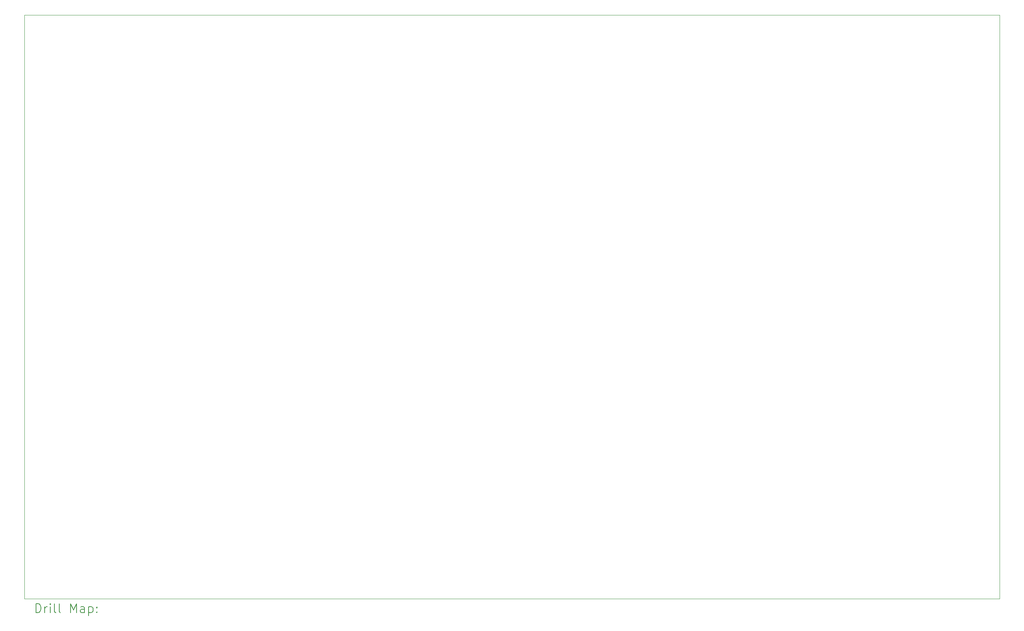
<source format=gbr>
%TF.GenerationSoftware,KiCad,Pcbnew,8.0.1*%
%TF.CreationDate,2024-04-27T00:37:23-05:00*%
%TF.ProjectId,ControlMixer,436f6e74-726f-46c4-9d69-7865722e6b69,rev?*%
%TF.SameCoordinates,Original*%
%TF.FileFunction,Drillmap*%
%TF.FilePolarity,Positive*%
%FSLAX45Y45*%
G04 Gerber Fmt 4.5, Leading zero omitted, Abs format (unit mm)*
G04 Created by KiCad (PCBNEW 8.0.1) date 2024-04-27 00:37:23*
%MOMM*%
%LPD*%
G01*
G04 APERTURE LIST*
%ADD10C,0.050000*%
%ADD11C,0.200000*%
G04 APERTURE END LIST*
D10*
X3396250Y-2775000D02*
X25396250Y-2775000D01*
X25396250Y-15950000D01*
X3396250Y-15950000D01*
X3396250Y-2775000D01*
D11*
X3654527Y-16263984D02*
X3654527Y-16063984D01*
X3654527Y-16063984D02*
X3702146Y-16063984D01*
X3702146Y-16063984D02*
X3730717Y-16073508D01*
X3730717Y-16073508D02*
X3749765Y-16092555D01*
X3749765Y-16092555D02*
X3759289Y-16111603D01*
X3759289Y-16111603D02*
X3768812Y-16149698D01*
X3768812Y-16149698D02*
X3768812Y-16178269D01*
X3768812Y-16178269D02*
X3759289Y-16216365D01*
X3759289Y-16216365D02*
X3749765Y-16235412D01*
X3749765Y-16235412D02*
X3730717Y-16254460D01*
X3730717Y-16254460D02*
X3702146Y-16263984D01*
X3702146Y-16263984D02*
X3654527Y-16263984D01*
X3854527Y-16263984D02*
X3854527Y-16130650D01*
X3854527Y-16168746D02*
X3864051Y-16149698D01*
X3864051Y-16149698D02*
X3873574Y-16140174D01*
X3873574Y-16140174D02*
X3892622Y-16130650D01*
X3892622Y-16130650D02*
X3911670Y-16130650D01*
X3978336Y-16263984D02*
X3978336Y-16130650D01*
X3978336Y-16063984D02*
X3968812Y-16073508D01*
X3968812Y-16073508D02*
X3978336Y-16083031D01*
X3978336Y-16083031D02*
X3987860Y-16073508D01*
X3987860Y-16073508D02*
X3978336Y-16063984D01*
X3978336Y-16063984D02*
X3978336Y-16083031D01*
X4102146Y-16263984D02*
X4083098Y-16254460D01*
X4083098Y-16254460D02*
X4073574Y-16235412D01*
X4073574Y-16235412D02*
X4073574Y-16063984D01*
X4206908Y-16263984D02*
X4187860Y-16254460D01*
X4187860Y-16254460D02*
X4178336Y-16235412D01*
X4178336Y-16235412D02*
X4178336Y-16063984D01*
X4435479Y-16263984D02*
X4435479Y-16063984D01*
X4435479Y-16063984D02*
X4502146Y-16206841D01*
X4502146Y-16206841D02*
X4568813Y-16063984D01*
X4568813Y-16063984D02*
X4568813Y-16263984D01*
X4749765Y-16263984D02*
X4749765Y-16159222D01*
X4749765Y-16159222D02*
X4740241Y-16140174D01*
X4740241Y-16140174D02*
X4721194Y-16130650D01*
X4721194Y-16130650D02*
X4683098Y-16130650D01*
X4683098Y-16130650D02*
X4664051Y-16140174D01*
X4749765Y-16254460D02*
X4730717Y-16263984D01*
X4730717Y-16263984D02*
X4683098Y-16263984D01*
X4683098Y-16263984D02*
X4664051Y-16254460D01*
X4664051Y-16254460D02*
X4654527Y-16235412D01*
X4654527Y-16235412D02*
X4654527Y-16216365D01*
X4654527Y-16216365D02*
X4664051Y-16197317D01*
X4664051Y-16197317D02*
X4683098Y-16187793D01*
X4683098Y-16187793D02*
X4730717Y-16187793D01*
X4730717Y-16187793D02*
X4749765Y-16178269D01*
X4845003Y-16130650D02*
X4845003Y-16330650D01*
X4845003Y-16140174D02*
X4864051Y-16130650D01*
X4864051Y-16130650D02*
X4902146Y-16130650D01*
X4902146Y-16130650D02*
X4921194Y-16140174D01*
X4921194Y-16140174D02*
X4930717Y-16149698D01*
X4930717Y-16149698D02*
X4940241Y-16168746D01*
X4940241Y-16168746D02*
X4940241Y-16225888D01*
X4940241Y-16225888D02*
X4930717Y-16244936D01*
X4930717Y-16244936D02*
X4921194Y-16254460D01*
X4921194Y-16254460D02*
X4902146Y-16263984D01*
X4902146Y-16263984D02*
X4864051Y-16263984D01*
X4864051Y-16263984D02*
X4845003Y-16254460D01*
X5025955Y-16244936D02*
X5035479Y-16254460D01*
X5035479Y-16254460D02*
X5025955Y-16263984D01*
X5025955Y-16263984D02*
X5016432Y-16254460D01*
X5016432Y-16254460D02*
X5025955Y-16244936D01*
X5025955Y-16244936D02*
X5025955Y-16263984D01*
X5025955Y-16140174D02*
X5035479Y-16149698D01*
X5035479Y-16149698D02*
X5025955Y-16159222D01*
X5025955Y-16159222D02*
X5016432Y-16149698D01*
X5016432Y-16149698D02*
X5025955Y-16140174D01*
X5025955Y-16140174D02*
X5025955Y-16159222D01*
M02*

</source>
